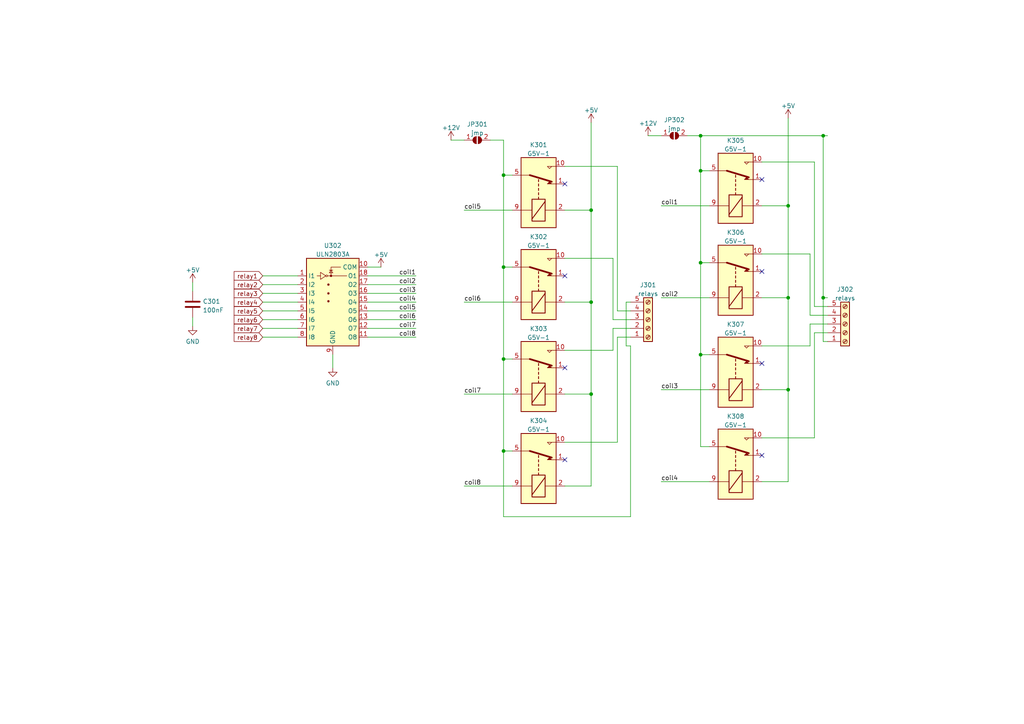
<source format=kicad_sch>
(kicad_sch (version 20211123) (generator eeschema)
  (paper "A4")
  (title_block (title "General Purpose IO module"))
  (lib_symbols
    (symbol "Connector:Screw_Terminal_01x05" (pin_names (offset 1.016) hide)
      (property "Reference" "J" (at 0 7.62 0))
      (property "Value" "Screw_Terminal_01x05" (at 0 -7.62 0))
      (symbol "Screw_Terminal_01x05_1_1"
        (rectangle (start -1.27 6.35) (end 1.27 -6.35) (stroke (width 0.254)) (fill (type background)))
        (circle (center 0 -5.08) (radius 0.635) (stroke (width 0.1524)))
        (circle (center 0 -2.54) (radius 0.635) (stroke (width 0.1524)))
        (polyline (pts (xy -0.5334 -4.7498) (xy 0.3302 -5.588)) (stroke (width 0.1524)))
        (polyline (pts (xy -0.5334 -2.2098) (xy 0.3302 -3.048)) (stroke (width 0.1524)))
        (polyline (pts (xy -0.5334 0.3302) (xy 0.3302 -0.508)) (stroke (width 0.1524)))
        (polyline (pts (xy -0.5334 2.8702) (xy 0.3302 2.032)) (stroke (width 0.1524)))
        (polyline (pts (xy -0.5334 5.4102) (xy 0.3302 4.572)) (stroke (width 0.1524)))
        (polyline (pts (xy -0.3556 -4.572) (xy 0.508 -5.4102)) (stroke (width 0.1524)))
        (polyline (pts (xy -0.3556 -2.032) (xy 0.508 -2.8702)) (stroke (width 0.1524)))
        (polyline (pts (xy -0.3556 0.508) (xy 0.508 -0.3302)) (stroke (width 0.1524)))
        (polyline (pts (xy -0.3556 3.048) (xy 0.508 2.2098)) (stroke (width 0.1524)))
        (polyline (pts (xy -0.3556 5.588) (xy 0.508 4.7498)) (stroke (width 0.1524)))
        (circle (center 0 0) (radius 0.635) (stroke (width 0.1524)))
        (circle (center 0 2.54) (radius 0.635) (stroke (width 0.1524)))
        (circle (center 0 5.08) (radius 0.635) (stroke (width 0.1524)))
        (pin passive line (at -5.08 5.08 0) (length 3.81) (name "Pin_1") (number "1"))
        (pin passive line (at -5.08 2.54 0) (length 3.81) (name "Pin_2") (number "2"))
        (pin passive line (at -5.08 0 0) (length 3.81) (name "Pin_3") (number "3"))
        (pin passive line (at -5.08 -2.54 0) (length 3.81) (name "Pin_4") (number "4"))
        (pin passive line (at -5.08 -5.08 0) (length 3.81) (name "Pin_5") (number "5"))
      )
    )
    (symbol "Device:C" (pin_numbers hide) (pin_names (offset 0.254))
      (property "Reference" "C" (at 0.635 2.54 0))
      (property "Value" "C" (at 0.635 -2.54 0))
      (symbol "C_0_1"
        (polyline (pts (xy -2.032 -0.762) (xy 2.032 -0.762)) (stroke (width 0.508)))
        (polyline (pts (xy -2.032 0.762) (xy 2.032 0.762)) (stroke (width 0.508)))
      )
      (symbol "C_1_1"
        (pin passive line (at 0 3.81 270) (length 2.794) (name "~") (number "1"))
        (pin passive line (at 0 -3.81 90) (length 2.794) (name "~") (number "2"))
      )
    )
    (symbol "Jumper:SolderJumper_2_Open" (pin_names (offset 0) hide)
      (property "Reference" "JP" (at 0 2.032 0))
      (property "Value" "SolderJumper_2_Open" (at 0 -2.54 0))
      (symbol "SolderJumper_2_Open_0_1"
        (arc (start -0.254 1.016) (mid -1.27 0) (end -0.254 -1.016))
        (arc (start -0.254 1.016) (mid -1.27 0) (end -0.254 -1.016) (fill (type outline)))
        (polyline (pts (xy -0.254 1.016) (xy -0.254 -1.016)))
        (polyline (pts (xy 0.254 1.016) (xy 0.254 -1.016)))
        (arc (start 0.254 -1.016) (mid 1.27 0) (end 0.254 1.016))
        (arc (start 0.254 -1.016) (mid 1.27 0) (end 0.254 1.016) (fill (type outline)))
      )
      (symbol "SolderJumper_2_Open_1_1"
        (pin passive line (at -3.81 0 0) (length 2.54) (name "A") (number "1"))
        (pin passive line (at 3.81 0 180) (length 2.54) (name "B") (number "2"))
      )
    )
    (symbol "Relay:G5V-1"
      (property "Reference" "K" (at 11.43 3.81 0))
      (property "Value" "G5V-1" (at 11.43 1.27 0))
      (symbol "G5V-1_0_0"
        (polyline (pts (xy 7.62 5.08) (xy 7.62 2.54) (xy 6.985 3.175) (xy 7.62 3.81)))
      )
      (symbol "G5V-1_0_1"
        (rectangle (start -10.16 5.08) (end 10.16 -5.08) (stroke (width 0.254)) (fill (type background)))
        (rectangle (start -8.255 1.905) (end -1.905 -1.905) (stroke (width 0.254)))
        (polyline (pts (xy -7.62 -1.905) (xy -2.54 1.905)) (stroke (width 0.254)))
        (polyline (pts (xy -5.08 -5.08) (xy -5.08 -1.905)))
        (polyline (pts (xy -5.08 5.08) (xy -5.08 1.905)))
        (polyline (pts (xy -1.905 0) (xy -1.27 0)) (stroke (width 0.254)))
        (polyline (pts (xy -0.635 0) (xy 0 0)) (stroke (width 0.254)))
        (polyline (pts (xy 0.635 0) (xy 1.27 0)) (stroke (width 0.254)))
        (polyline (pts (xy 1.905 0) (xy 2.54 0)) (stroke (width 0.254)))
        (polyline (pts (xy 3.175 0) (xy 3.81 0)) (stroke (width 0.254)))
        (polyline (pts (xy 5.08 -2.54) (xy 3.175 3.81)) (stroke (width 0.508)))
        (polyline (pts (xy 5.08 -2.54) (xy 5.08 -5.08)))
        (polyline (pts (xy 2.54 5.08) (xy 2.54 2.54) (xy 3.175 3.175) (xy 2.54 3.81)) (fill (type outline)))
      )
      (symbol "G5V-1_1_1"
        (pin passive line (at 2.54 7.62 270) (length 2.54) (name "~") (number "1"))
        (pin passive line (at 7.62 7.62 270) (length 2.54) (name "~") (number "10"))
        (pin passive line (at -5.08 7.62 270) (length 2.54) (name "~") (number "2"))
        (pin passive line (at 5.08 -7.62 90) (length 2.54) (name "~") (number "5"))
        (pin passive line (at 5.08 -7.62 90) (length 2.54) hide (name "~") (number "6"))
        (pin passive line (at -5.08 -7.62 90) (length 2.54) (name "~") (number "9"))
      )
    )
    (symbol "Transistor_Array:ULN2803A"
      (property "Reference" "U" (at 0 13.335 0))
      (property "Value" "ULN2803A" (at 0 11.43 0))
      (symbol "ULN2803A_0_1"
        (rectangle (start -7.62 -15.24) (end 7.62 10.16) (stroke (width 0.254)) (fill (type background)))
        (circle (center -1.778 5.08) (radius 0.254))
        (circle (center -1.27 -2.286) (radius 0.254) (fill (type outline)))
        (circle (center -1.27 0) (radius 0.254) (fill (type outline)))
        (circle (center -1.27 2.54) (radius 0.254) (fill (type outline)))
        (circle (center -0.508 5.08) (radius 0.254) (fill (type outline)))
        (polyline (pts (xy -4.572 5.08) (xy -3.556 5.08)))
        (polyline (pts (xy -1.524 5.08) (xy 4.064 5.08)))
        (polyline (pts (xy 0 6.731) (xy -1.016 6.731)))
        (polyline (pts (xy -0.508 5.08) (xy -0.508 7.62) (xy 2.286 7.62)))
        (polyline (pts (xy -3.556 6.096) (xy -3.556 4.064) (xy -2.032 5.08) (xy -3.556 6.096)))
        (polyline (pts (xy 0 5.969) (xy -1.016 5.969) (xy -0.508 6.731) (xy 0 5.969)))
      )
      (symbol "ULN2803A_1_1"
        (pin input line (at -10.16 5.08 0) (length 2.54) (name "I1") (number "1"))
        (pin passive line (at 10.16 7.62 180) (length 2.54) (name "COM") (number "10"))
        (pin open_collector line (at 10.16 -12.7 180) (length 2.54) (name "O8") (number "11"))
        (pin open_collector line (at 10.16 -10.16 180) (length 2.54) (name "O7") (number "12"))
        (pin open_collector line (at 10.16 -7.62 180) (length 2.54) (name "O6") (number "13"))
        (pin open_collector line (at 10.16 -5.08 180) (length 2.54) (name "O5") (number "14"))
        (pin open_collector line (at 10.16 -2.54 180) (length 2.54) (name "O4") (number "15"))
        (pin open_collector line (at 10.16 0 180) (length 2.54) (name "O3") (number "16"))
        (pin open_collector line (at 10.16 2.54 180) (length 2.54) (name "O2") (number "17"))
        (pin open_collector line (at 10.16 5.08 180) (length 2.54) (name "O1") (number "18"))
        (pin input line (at -10.16 2.54 0) (length 2.54) (name "I2") (number "2"))
        (pin input line (at -10.16 0 0) (length 2.54) (name "I3") (number "3"))
        (pin input line (at -10.16 -2.54 0) (length 2.54) (name "I4") (number "4"))
        (pin input line (at -10.16 -5.08 0) (length 2.54) (name "I5") (number "5"))
        (pin input line (at -10.16 -7.62 0) (length 2.54) (name "I6") (number "6"))
        (pin input line (at -10.16 -10.16 0) (length 2.54) (name "I7") (number "7"))
        (pin input line (at -10.16 -12.7 0) (length 2.54) (name "I8") (number "8"))
        (pin power_in line (at 0 -17.78 90) (length 2.54) (name "GND") (number "9"))
      )
    )
    (symbol "power:+12V" (power) (pin_names (offset 0))
      (property "Value" "+12V" (at 0 3.556 0))
      (symbol "+12V_0_1"
        (polyline (pts (xy -0.762 1.27) (xy 0 2.54)))
        (polyline (pts (xy 0 0) (xy 0 2.54)))
        (polyline (pts (xy 0 2.54) (xy 0.762 1.27)))
      )
      (symbol "+12V_1_1"
        (pin power_in line (at 0 0 90) (length 0) hide (name "+12V") (number "1"))
      )
    )
    (symbol "power:+5V" (power) (pin_names (offset 0))
      (property "Value" "+5V" (at 0 3.556 0))
      (symbol "+5V_0_1"
        (polyline (pts (xy -0.762 1.27) (xy 0 2.54)))
        (polyline (pts (xy 0 0) (xy 0 2.54)))
        (polyline (pts (xy 0 2.54) (xy 0.762 1.27)))
      )
      (symbol "+5V_1_1"
        (pin power_in line (at 0 0 90) (length 0) hide (name "+5V") (number "1"))
      )
    )
    (symbol "power:GND" (power) (pin_names (offset 0))
      (property "Value" "GND" (at 0 -3.81 0))
      (symbol "GND_0_1"
        (polyline (pts (xy 0 0) (xy 0 -1.27) (xy 1.27 -1.27) (xy 0 -2.54) (xy -1.27 -1.27) (xy 0 -1.27)))
      )
      (symbol "GND_1_1"
        (pin power_in line (at 0 0 270) (length 0) hide (name "GND") (number "1"))
      )
    )
  )
  (junction (at 146.05 104.14))
  (junction (at 146.05 77.47))
  (junction (at 171.45 60.96))
  (junction (at 146.05 130.81))
  (junction (at 203.2 39.37))
  (junction (at 238.76 39.37))
  (junction (at 228.6 113.03))
  (junction (at 146.05 50.8))
  (junction (at 203.2 102.87))
  (junction (at 228.6 86.36))
  (junction (at 228.6 59.69))
  (junction (at 171.45 87.63))
  (junction (at 238.76 86.36))
  (junction (at 203.2 49.53))
  (junction (at 203.2 76.2))
  (junction (at 171.45 114.3))
  (no_connect (at 220.98 52.07))
  (no_connect (at 220.98 78.74))
  (no_connect (at 163.83 53.34))
  (no_connect (at 163.83 106.68))
  (no_connect (at 163.83 133.35))
  (no_connect (at 163.83 80.01))
  (no_connect (at 220.98 132.08))
  (no_connect (at 220.98 105.41))
  (wire (pts (xy 106.68 97.79) (xy 120.65 97.79)))
  (wire (pts (xy 120.65 90.17) (xy 106.68 90.17)))
  (wire (pts (xy 228.6 139.7) (xy 220.98 139.7)))
  (wire (pts (xy 181.61 87.63) (xy 182.88 87.63)))
  (wire (pts (xy 203.2 129.54) (xy 203.2 102.87)))
  (wire (pts (xy 220.98 46.99) (xy 236.22 46.99)))
  (wire (pts (xy 163.83 60.96) (xy 171.45 60.96)))
  (wire (pts (xy 182.88 100.33) (xy 182.88 149.86)))
  (wire (pts (xy 76.2 82.55) (xy 86.36 82.55)))
  (wire (pts (xy 146.05 40.64) (xy 146.05 50.8)))
  (wire (pts (xy 163.83 101.6) (xy 177.8 101.6)))
  (wire (pts (xy 179.07 97.79) (xy 182.88 97.79)))
  (wire (pts (xy 146.05 149.86) (xy 146.05 130.81)))
  (wire (pts (xy 203.2 49.53) (xy 203.2 39.37)))
  (wire (pts (xy 182.88 100.33) (xy 181.61 100.33)))
  (wire (pts (xy 220.98 113.03) (xy 228.6 113.03)))
  (wire (pts (xy 55.88 81.915) (xy 55.88 84.455)))
  (wire (pts (xy 199.39 39.37) (xy 203.2 39.37)))
  (wire (pts (xy 228.6 34.29) (xy 228.6 59.69)))
  (wire (pts (xy 177.8 101.6) (xy 177.8 95.25)))
  (wire (pts (xy 179.07 90.17) (xy 182.88 90.17)))
  (wire (pts (xy 238.76 39.37) (xy 238.76 86.36)))
  (wire (pts (xy 134.62 87.63) (xy 148.59 87.63)))
  (wire (pts (xy 220.98 100.33) (xy 234.95 100.33)))
  (wire (pts (xy 106.68 77.47) (xy 110.49 77.47)))
  (wire (pts (xy 163.83 114.3) (xy 171.45 114.3)))
  (wire (pts (xy 203.2 102.87) (xy 203.2 76.2)))
  (wire (pts (xy 142.24 40.64) (xy 146.05 40.64)))
  (wire (pts (xy 236.22 127) (xy 236.22 96.52)))
  (wire (pts (xy 203.2 49.53) (xy 205.74 49.53)))
  (wire (pts (xy 148.59 130.81) (xy 146.05 130.81)))
  (wire (pts (xy 96.52 102.87) (xy 96.52 106.68)))
  (wire (pts (xy 171.45 60.96) (xy 171.45 87.63)))
  (wire (pts (xy 134.62 60.96) (xy 148.59 60.96)))
  (wire (pts (xy 234.95 91.44) (xy 240.03 91.44)))
  (wire (pts (xy 240.03 99.06) (xy 238.76 99.06)))
  (wire (pts (xy 120.65 80.01) (xy 106.68 80.01)))
  (wire (pts (xy 76.2 92.71) (xy 86.36 92.71)))
  (wire (pts (xy 228.6 59.69) (xy 228.6 86.36)))
  (wire (pts (xy 220.98 59.69) (xy 228.6 59.69)))
  (wire (pts (xy 120.65 82.55) (xy 106.68 82.55)))
  (wire (pts (xy 191.77 86.36) (xy 205.74 86.36)))
  (wire (pts (xy 179.07 128.27) (xy 179.07 97.79)))
  (wire (pts (xy 187.96 39.37) (xy 191.77 39.37)))
  (wire (pts (xy 146.05 104.14) (xy 148.59 104.14)))
  (wire (pts (xy 146.05 104.14) (xy 146.05 77.47)))
  (wire (pts (xy 236.22 88.9) (xy 240.03 88.9)))
  (wire (pts (xy 234.95 73.66) (xy 234.95 91.44)))
  (wire (pts (xy 228.6 113.03) (xy 228.6 139.7)))
  (wire (pts (xy 234.95 93.98) (xy 240.03 93.98)))
  (wire (pts (xy 163.83 87.63) (xy 171.45 87.63)))
  (wire (pts (xy 134.62 140.97) (xy 148.59 140.97)))
  (wire (pts (xy 146.05 50.8) (xy 148.59 50.8)))
  (wire (pts (xy 238.76 99.06) (xy 238.76 86.36)))
  (wire (pts (xy 76.2 90.17) (xy 86.36 90.17)))
  (wire (pts (xy 177.8 92.71) (xy 182.88 92.71)))
  (wire (pts (xy 179.07 48.26) (xy 179.07 90.17)))
  (wire (pts (xy 191.77 59.69) (xy 205.74 59.69)))
  (wire (pts (xy 203.2 102.87) (xy 205.74 102.87)))
  (wire (pts (xy 234.95 100.33) (xy 234.95 93.98)))
  (wire (pts (xy 191.77 113.03) (xy 205.74 113.03)))
  (wire (pts (xy 171.45 140.97) (xy 163.83 140.97)))
  (wire (pts (xy 76.2 97.79) (xy 86.36 97.79)))
  (wire (pts (xy 205.74 129.54) (xy 203.2 129.54)))
  (wire (pts (xy 76.2 80.01) (xy 86.36 80.01)))
  (wire (pts (xy 76.2 87.63) (xy 86.36 87.63)))
  (wire (pts (xy 55.88 92.075) (xy 55.88 94.615)))
  (wire (pts (xy 238.76 86.36) (xy 240.03 86.36)))
  (wire (pts (xy 236.22 46.99) (xy 236.22 88.9)))
  (wire (pts (xy 177.8 95.25) (xy 182.88 95.25)))
  (wire (pts (xy 163.83 48.26) (xy 179.07 48.26)))
  (wire (pts (xy 171.45 35.56) (xy 171.45 60.96)))
  (wire (pts (xy 181.61 100.33) (xy 181.61 87.63)))
  (wire (pts (xy 203.2 76.2) (xy 203.2 49.53)))
  (wire (pts (xy 146.05 77.47) (xy 148.59 77.47)))
  (wire (pts (xy 120.65 95.25) (xy 106.68 95.25)))
  (wire (pts (xy 220.98 127) (xy 236.22 127)))
  (wire (pts (xy 236.22 96.52) (xy 240.03 96.52)))
  (wire (pts (xy 177.8 74.93) (xy 177.8 92.71)))
  (wire (pts (xy 220.98 86.36) (xy 228.6 86.36)))
  (wire (pts (xy 163.83 74.93) (xy 177.8 74.93)))
  (wire (pts (xy 203.2 76.2) (xy 205.74 76.2)))
  (wire (pts (xy 130.81 40.64) (xy 134.62 40.64)))
  (wire (pts (xy 120.65 92.71) (xy 106.68 92.71)))
  (wire (pts (xy 76.2 95.25) (xy 86.36 95.25)))
  (wire (pts (xy 134.62 114.3) (xy 148.59 114.3)))
  (wire (pts (xy 146.05 130.81) (xy 146.05 104.14)))
  (wire (pts (xy 76.2 85.09) (xy 86.36 85.09)))
  (wire (pts (xy 191.77 139.7) (xy 205.74 139.7)))
  (wire (pts (xy 171.45 114.3) (xy 171.45 140.97)))
  (wire (pts (xy 120.65 87.63) (xy 106.68 87.63)))
  (wire (pts (xy 120.65 85.09) (xy 106.68 85.09)))
  (wire (pts (xy 182.88 149.86) (xy 146.05 149.86)))
  (wire (pts (xy 163.83 128.27) (xy 179.07 128.27)))
  (wire (pts (xy 238.76 39.37) (xy 240.03 39.37)))
  (wire (pts (xy 146.05 77.47) (xy 146.05 50.8)))
  (wire (pts (xy 220.98 73.66) (xy 234.95 73.66)))
  (wire (pts (xy 228.6 86.36) (xy 228.6 113.03)))
  (wire (pts (xy 203.2 39.37) (xy 238.76 39.37)))
  (wire (pts (xy 171.45 87.63) (xy 171.45 114.3)))
  (label "coil4" (at 120.65 87.63 180))
  (label "coil5" (at 134.62 60.96 0))
  (label "coil3" (at 120.65 85.09 180))
  (label "coil1" (at 120.65 80.01 180))
  (label "coil7" (at 120.65 95.25 180))
  (label "coil8" (at 120.65 97.79 180))
  (label "coil2" (at 120.65 82.55 180))
  (label "coil8" (at 134.62 140.97 0))
  (label "coil6" (at 134.62 87.63 0))
  (label "coil1" (at 191.77 59.69 0))
  (label "coil4" (at 191.77 139.7 0))
  (label "coil5" (at 120.65 90.17 180))
  (label "coil6" (at 120.65 92.71 180))
  (label "coil2" (at 191.77 86.36 0))
  (label "coil3" (at 191.77 113.03 0))
  (label "coil7" (at 134.62 114.3 0))
  (global_label "relay6" (shape input) (at 76.2 92.71 180) (property "Intersheet References" "${INTERSHEET_REFS}" (effects hide)))
  (global_label "relay7" (shape input) (at 76.2 95.25 180) (property "Intersheet References" "${INTERSHEET_REFS}" (effects hide)))
  (global_label "relay4" (shape input) (at 76.2 87.63 180) (property "Intersheet References" "${INTERSHEET_REFS}" (effects hide)))
  (global_label "relay8" (shape input) (at 76.2 97.79 180) (property "Intersheet References" "${INTERSHEET_REFS}" (effects hide)))
  (global_label "relay2" (shape input) (at 76.2 82.55 180) (property "Intersheet References" "${INTERSHEET_REFS}" (effects hide)))
  (global_label "relay3" (shape input) (at 76.2 85.09 180) (property "Intersheet References" "${INTERSHEET_REFS}" (effects hide)))
  (global_label "relay1" (shape input) (at 76.2 80.01 180) (property "Intersheet References" "${INTERSHEET_REFS}" (effects hide)))
  (global_label "relay5" (shape input) (at 76.2 90.17 180) (property "Intersheet References" "${INTERSHEET_REFS}" (effects hide)))
  (symbol (lib_id "power:GND") (at 96.52 106.68 0) (unit 1)
    (property "Reference" "#PWR0305" (effects hide))
    (property "Value" "GND" (at 96.52 111.1234 0))
  )
  (symbol (lib_id "Relay:G5V-1") (at 213.36 81.28 270) (mirror x) (unit 1)
    (property "Reference" "K306" (at 213.36 67.4202 90))
    (property "Value" "G5V-1" (at 213.36 69.9571 90))
    (property "Footprint" "Relay_THT:Relay_SPDT_Omron_G5V-1" (effects hide))
    (property "Datasheet" "http://omronfs.omron.com/en_US/ecb/products/pdf/en-g5v_1.pdf" (effects hide))
  )
  (symbol (lib_id "Relay:G5V-1") (at 156.21 55.88 270) (mirror x) (unit 1)
    (property "Reference" "K301" (at 156.21 42.0202 90))
    (property "Value" "G5V-1" (at 156.21 44.5571 90))
    (property "Footprint" "Relay_THT:Relay_SPDT_Omron_G5V-1" (effects hide))
    (property "Datasheet" "http://omronfs.omron.com/en_US/ecb/products/pdf/en-g5v_1.pdf" (effects hide))
  )
  (symbol (lib_id "Jumper:SolderJumper_2_Open") (at 195.58 39.37 0) (unit 1)
    (property "Reference" "JP302" (at 195.58 34.7812 0))
    (property "Value" "jmp" (at 195.58 37.3181 0))
    (property "Footprint" "Jumper:SolderJumper-2_P1.3mm_Open_RoundedPad1.0x1.5mm" (effects hide))
  )
  (symbol (lib_id "power:+12V") (at 187.96 39.37 0) (unit 1)
    (property "Reference" "#PWR0309" (effects hide))
    (property "Value" "+12V" (at 187.96 35.7942 0))
  )
  (symbol (lib_id "Connector:Screw_Terminal_01x05") (at 187.96 92.71 0) (mirror x) (unit 1)
    (property "Reference" "J301" (at 187.96 82.6602 0))
    (property "Value" "relays" (at 187.96 85.1971 0))
    (property "Footprint" "TerminalBlock_Phoenix:TerminalBlock_Phoenix_MKDS-1,5-5-5.08_1x05_P5.08mm_Horizontal" (effects hide))
  )
  (symbol (lib_id "power:+5V") (at 110.49 77.47 0) (unit 1)
    (property "Reference" "#PWR0306" (effects hide))
    (property "Value" "+5V" (at 110.49 73.8942 0))
  )
  (symbol (lib_id "power:+5V") (at 55.88 81.915 0) (unit 1)
    (property "Reference" "#PWR0303" (effects hide))
    (property "Value" "+5V" (at 55.88 78.3392 0))
  )
  (symbol (lib_id "Relay:G5V-1") (at 213.36 134.62 270) (mirror x) (unit 1)
    (property "Reference" "K308" (at 213.36 120.7602 90))
    (property "Value" "G5V-1" (at 213.36 123.2971 90))
    (property "Footprint" "Relay_THT:Relay_SPDT_Omron_G5V-1" (effects hide))
    (property "Datasheet" "http://omronfs.omron.com/en_US/ecb/products/pdf/en-g5v_1.pdf" (effects hide))
  )
  (symbol (lib_id "power:+5V") (at 171.45 35.56 0) (mirror y) (unit 1)
    (property "Reference" "#PWR0308" (effects hide))
    (property "Value" "+5V" (at 171.45 31.9842 0))
  )
  (symbol (lib_id "Device:C") (at 55.88 88.265 0) (unit 1)
    (property "Reference" "C301" (at 58.801 87.4303 0) (effects (justify left)))
    (property "Value" "100nF" (at 58.801 89.9672 0) (effects (justify left)))
    (property "Footprint" "Capacitor_SMD:C_0805_2012Metric" (effects hide))
  )
  (symbol (lib_id "Relay:G5V-1") (at 156.21 135.89 270) (mirror x) (unit 1)
    (property "Reference" "K304" (at 156.21 122.0302 90))
    (property "Value" "G5V-1" (at 156.21 124.5671 90))
    (property "Footprint" "Relay_THT:Relay_SPDT_Omron_G5V-1" (effects hide))
    (property "Datasheet" "http://omronfs.omron.com/en_US/ecb/products/pdf/en-g5v_1.pdf" (effects hide))
  )
  (symbol (lib_id "Relay:G5V-1") (at 213.36 54.61 270) (mirror x) (unit 1)
    (property "Reference" "K305" (at 213.36 40.7502 90))
    (property "Value" "G5V-1" (at 213.36 43.2871 90))
    (property "Footprint" "Relay_THT:Relay_SPDT_Omron_G5V-1" (effects hide))
    (property "Datasheet" "http://omronfs.omron.com/en_US/ecb/products/pdf/en-g5v_1.pdf" (effects hide))
  )
  (symbol (lib_id "Transistor_Array:ULN2803A") (at 96.52 85.09 0) (unit 1)
    (property "Reference" "U302" (at 96.52 71.2302 0))
    (property "Value" "ULN2803A" (at 96.52 73.7671 0))
    (property "Footprint" "Package_SO:SOIC-18W_7.5x11.6mm_P1.27mm" (effects hide))
    (property "Datasheet" "http://www.ti.com/lit/ds/symlink/uln2803a.pdf" (effects hide))
  )
  (symbol (lib_id "Connector:Screw_Terminal_01x05") (at 245.11 93.98 0) (mirror x) (unit 1)
    (property "Reference" "J302" (at 245.11 83.9302 0))
    (property "Value" "relays" (at 245.11 86.4671 0))
    (property "Footprint" "TerminalBlock_Phoenix:TerminalBlock_Phoenix_MKDS-1,5-5-5.08_1x05_P5.08mm_Horizontal" (effects hide))
  )
  (symbol (lib_id "Relay:G5V-1") (at 156.21 82.55 270) (mirror x) (unit 1)
    (property "Reference" "K302" (at 156.21 68.6902 90))
    (property "Value" "G5V-1" (at 156.21 71.2271 90))
    (property "Footprint" "Relay_THT:Relay_SPDT_Omron_G5V-1" (effects hide))
    (property "Datasheet" "http://omronfs.omron.com/en_US/ecb/products/pdf/en-g5v_1.pdf" (effects hide))
  )
  (symbol (lib_id "power:+12V") (at 130.81 40.64 0) (unit 1)
    (property "Reference" "#PWR0307" (effects hide))
    (property "Value" "+12V" (at 130.81 37.0642 0))
  )
  (symbol (lib_id "power:GND") (at 55.88 94.615 0) (unit 1)
    (property "Reference" "#PWR0304" (effects hide))
    (property "Value" "GND" (at 55.88 99.0584 0))
  )
  (symbol (lib_id "Relay:G5V-1") (at 156.21 109.22 270) (mirror x) (unit 1)
    (property "Reference" "K303" (at 156.21 95.3602 90))
    (property "Value" "G5V-1" (at 156.21 97.8971 90))
    (property "Footprint" "Relay_THT:Relay_SPDT_Omron_G5V-1" (effects hide))
    (property "Datasheet" "http://omronfs.omron.com/en_US/ecb/products/pdf/en-g5v_1.pdf" (effects hide))
  )
  (symbol (lib_id "Relay:G5V-1") (at 213.36 107.95 270) (mirror x) (unit 1)
    (property "Reference" "K307" (at 213.36 94.0902 90))
    (property "Value" "G5V-1" (at 213.36 96.6271 90))
    (property "Footprint" "Relay_THT:Relay_SPDT_Omron_G5V-1" (effects hide))
    (property "Datasheet" "http://omronfs.omron.com/en_US/ecb/products/pdf/en-g5v_1.pdf" (effects hide))
  )
  (symbol (lib_id "Jumper:SolderJumper_2_Open") (at 138.43 40.64 0) (unit 1)
    (property "Reference" "JP301" (at 138.43 36.0512 0))
    (property "Value" "jmp" (at 138.43 38.5881 0))
    (property "Footprint" "Jumper:SolderJumper-2_P1.3mm_Open_RoundedPad1.0x1.5mm" (effects hide))
  )
  (symbol (lib_id "power:+5V") (at 228.6 34.29 0) (mirror y) (unit 1)
    (property "Reference" "#PWR0310" (effects hide))
    (property "Value" "+5V" (at 228.6 30.7142 0))
  )
)
</source>
